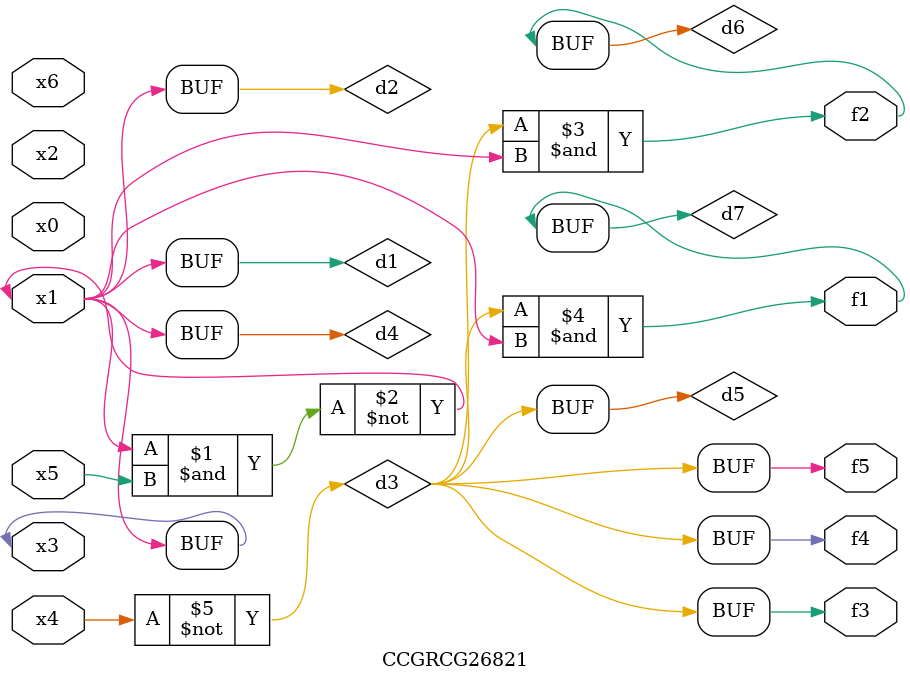
<source format=v>
module CCGRCG26821(
	input x0, x1, x2, x3, x4, x5, x6,
	output f1, f2, f3, f4, f5
);

	wire d1, d2, d3, d4, d5, d6, d7;

	buf (d1, x1, x3);
	nand (d2, x1, x5);
	not (d3, x4);
	buf (d4, d1, d2);
	buf (d5, d3);
	and (d6, d3, d4);
	and (d7, d3, d4);
	assign f1 = d7;
	assign f2 = d6;
	assign f3 = d5;
	assign f4 = d5;
	assign f5 = d5;
endmodule

</source>
